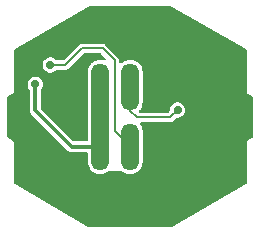
<source format=gbr>
%TF.GenerationSoftware,KiCad,Pcbnew,8.0.4*%
%TF.CreationDate,2024-10-23T12:54:15+11:00*%
%TF.ProjectId,SC_Logo_LED,53435f4c-6f67-46f5-9f4c-45442e6b6963,rev?*%
%TF.SameCoordinates,Original*%
%TF.FileFunction,Copper,L2,Bot*%
%TF.FilePolarity,Positive*%
%FSLAX46Y46*%
G04 Gerber Fmt 4.6, Leading zero omitted, Abs format (unit mm)*
G04 Created by KiCad (PCBNEW 8.0.4) date 2024-10-23 12:54:15*
%MOMM*%
%LPD*%
G01*
G04 APERTURE LIST*
G04 Aperture macros list*
%AMRoundRect*
0 Rectangle with rounded corners*
0 $1 Rounding radius*
0 $2 $3 $4 $5 $6 $7 $8 $9 X,Y pos of 4 corners*
0 Add a 4 corners polygon primitive as box body*
4,1,4,$2,$3,$4,$5,$6,$7,$8,$9,$2,$3,0*
0 Add four circle primitives for the rounded corners*
1,1,$1+$1,$2,$3*
1,1,$1+$1,$4,$5*
1,1,$1+$1,$6,$7*
1,1,$1+$1,$8,$9*
0 Add four rect primitives between the rounded corners*
20,1,$1+$1,$2,$3,$4,$5,0*
20,1,$1+$1,$4,$5,$6,$7,0*
20,1,$1+$1,$6,$7,$8,$9,0*
20,1,$1+$1,$8,$9,$2,$3,0*%
G04 Aperture macros list end*
%TA.AperFunction,SMDPad,CuDef*%
%ADD10RoundRect,0.750000X-0.000010X1.250000X-0.000010X-1.250000X0.000010X-1.250000X0.000010X1.250000X0*%
%TD*%
%TA.AperFunction,ViaPad*%
%ADD11C,0.700000*%
%TD*%
%TA.AperFunction,Conductor*%
%ADD12C,0.300000*%
%TD*%
%TA.AperFunction,Conductor*%
%ADD13C,1.500000*%
%TD*%
%TA.AperFunction,Conductor*%
%ADD14C,0.200000*%
%TD*%
G04 APERTURE END LIST*
D10*
%TO.P,J1,1,Pin_1*%
%TO.N,+5V*%
X149664000Y-98763000D03*
%TO.P,J1,2,Pin_2*%
%TO.N,DOUT*%
X152204000Y-98763000D03*
%TO.P,J1,3,Pin_3*%
%TO.N,GND*%
X154744000Y-98763000D03*
%TO.P,J1,4,Pin_4*%
X154744000Y-103813000D03*
%TO.P,J1,5,Pin_5*%
%TO.N,DIN*%
X152204000Y-103813000D03*
%TO.P,J1,6,Pin_6*%
%TO.N,+5V*%
X149664000Y-103813000D03*
%TD*%
D11*
%TO.N,+5V*%
X144170400Y-98552000D03*
%TO.N,GND*%
X147320000Y-94488000D03*
X151130000Y-106426000D03*
X154432000Y-92964000D03*
X144272000Y-104902000D03*
X159258000Y-104394000D03*
X146812000Y-107696000D03*
X160782000Y-100584000D03*
X147574000Y-99441000D03*
X156464000Y-98806000D03*
X147853400Y-104622600D03*
X143764000Y-102108000D03*
X149860000Y-109220000D03*
X153670000Y-102108000D03*
X156108400Y-104114600D03*
X157226000Y-107950000D03*
X143002000Y-99060000D03*
X154432000Y-109474000D03*
X157480000Y-94742000D03*
X149860000Y-92964000D03*
%TO.N,DOUT*%
X156210000Y-100711000D03*
%TO.N,DIN*%
X145437267Y-96898769D03*
%TD*%
D12*
%TO.N,+5V*%
X144170400Y-100736400D02*
X147247000Y-103813000D01*
D13*
X149664000Y-98763000D02*
X149664000Y-103813000D01*
D12*
X144170400Y-98552000D02*
X144170400Y-100736400D01*
X147247000Y-103813000D02*
X149664000Y-103813000D01*
D14*
%TO.N,DOUT*%
X155575000Y-101346000D02*
X156210000Y-100711000D01*
X152787001Y-101346000D02*
X155575000Y-101346000D01*
X152204000Y-98763000D02*
X152204000Y-100762999D01*
X152204000Y-100762999D02*
X152787001Y-101346000D01*
%TO.N,DIN*%
X145437267Y-96898769D02*
X146687231Y-96898769D01*
X148082000Y-95504000D02*
X149860000Y-95504000D01*
X149860000Y-95504000D02*
X150876000Y-96520000D01*
X150876000Y-96520000D02*
X150876000Y-102485000D01*
X150876000Y-102485000D02*
X152204000Y-103813000D01*
X146687231Y-96898769D02*
X148082000Y-95504000D01*
%TD*%
%TA.AperFunction,Conductor*%
%TO.N,GND*%
G36*
X155737965Y-91955112D02*
G01*
X161385247Y-95215573D01*
X161991500Y-95565593D01*
X162039716Y-95616160D01*
X162053500Y-95672980D01*
X162053500Y-98954739D01*
X162053500Y-99060193D01*
X162080793Y-99162053D01*
X162133520Y-99253379D01*
X162208087Y-99327946D01*
X162541500Y-99520441D01*
X162589715Y-99571008D01*
X162603500Y-99627828D01*
X162603500Y-102948170D01*
X162583815Y-103015209D01*
X162541500Y-103055557D01*
X162299413Y-103195327D01*
X162208085Y-103248055D01*
X162133521Y-103322619D01*
X162080794Y-103413944D01*
X162080793Y-103413947D01*
X162053500Y-103515807D01*
X162053500Y-106903018D01*
X162033815Y-106970057D01*
X161991500Y-107010405D01*
X155737966Y-110620887D01*
X155675966Y-110637500D01*
X148732034Y-110637500D01*
X148670034Y-110620887D01*
X142416500Y-107010405D01*
X142368284Y-106959838D01*
X142354500Y-106903018D01*
X142354500Y-103515809D01*
X142354500Y-103515807D01*
X142327207Y-103413947D01*
X142274480Y-103322621D01*
X142199913Y-103248054D01*
X142108587Y-103195327D01*
X141866500Y-103055557D01*
X141818284Y-103004990D01*
X141804500Y-102948170D01*
X141804500Y-99627828D01*
X141824185Y-99560789D01*
X141866498Y-99520442D01*
X142199913Y-99327946D01*
X142274480Y-99253379D01*
X142327207Y-99162053D01*
X142354500Y-99060193D01*
X142354500Y-98551999D01*
X143515122Y-98551999D01*
X143515122Y-98552000D01*
X143534162Y-98708818D01*
X143590180Y-98856523D01*
X143590181Y-98856524D01*
X143679918Y-98986532D01*
X143684891Y-98992145D01*
X143683444Y-98993426D01*
X143715250Y-99044120D01*
X143719900Y-99077759D01*
X143719900Y-100795709D01*
X143738624Y-100865587D01*
X143750601Y-100910287D01*
X143809911Y-101013014D01*
X146970386Y-104173489D01*
X146970387Y-104173490D01*
X146970389Y-104173491D01*
X147029693Y-104207729D01*
X147029696Y-104207732D01*
X147063937Y-104227500D01*
X147073114Y-104232799D01*
X147187691Y-104263500D01*
X148489500Y-104263500D01*
X148556539Y-104283185D01*
X148602294Y-104335989D01*
X148613500Y-104387500D01*
X148613500Y-105114604D01*
X148628699Y-105268932D01*
X148628700Y-105268934D01*
X148688768Y-105466954D01*
X148786315Y-105649450D01*
X148815853Y-105685442D01*
X148843166Y-105749751D01*
X148844000Y-105764107D01*
X148844000Y-105918000D01*
X149005984Y-105918000D01*
X149073023Y-105937685D01*
X149074877Y-105938900D01*
X149077548Y-105940685D01*
X149260041Y-106038230D01*
X149260043Y-106038230D01*
X149260046Y-106038232D01*
X149458066Y-106098300D01*
X149458065Y-106098300D01*
X149496647Y-106102100D01*
X149612392Y-106113500D01*
X149612395Y-106113500D01*
X149715605Y-106113500D01*
X149715608Y-106113500D01*
X149869934Y-106098300D01*
X150067954Y-106038232D01*
X150067958Y-106038230D01*
X150250451Y-105940685D01*
X150253123Y-105938900D01*
X150254736Y-105938394D01*
X150255823Y-105937814D01*
X150255933Y-105938019D01*
X150319799Y-105918020D01*
X150322016Y-105918000D01*
X151545984Y-105918000D01*
X151613023Y-105937685D01*
X151614877Y-105938900D01*
X151617548Y-105940685D01*
X151800041Y-106038230D01*
X151800043Y-106038230D01*
X151800046Y-106038232D01*
X151998066Y-106098300D01*
X151998065Y-106098300D01*
X152036647Y-106102100D01*
X152152392Y-106113500D01*
X152152395Y-106113500D01*
X152255605Y-106113500D01*
X152255608Y-106113500D01*
X152409934Y-106098300D01*
X152607954Y-106038232D01*
X152607958Y-106038230D01*
X152790451Y-105940685D01*
X152793123Y-105938900D01*
X152794736Y-105938394D01*
X152795823Y-105937814D01*
X152795933Y-105938019D01*
X152859799Y-105918020D01*
X152862016Y-105918000D01*
X152908000Y-105918000D01*
X152908000Y-105902863D01*
X152927685Y-105835824D01*
X152946770Y-105814387D01*
X152946102Y-105813719D01*
X152950407Y-105809413D01*
X152950408Y-105809411D01*
X152950410Y-105809410D01*
X153081685Y-105649450D01*
X153179232Y-105466954D01*
X153239300Y-105268934D01*
X153254500Y-105114608D01*
X153254500Y-102511392D01*
X153239300Y-102357066D01*
X153179232Y-102159046D01*
X153081685Y-101976550D01*
X153059211Y-101949165D01*
X153031898Y-101884855D01*
X153043689Y-101815988D01*
X153090841Y-101764427D01*
X153155064Y-101746500D01*
X155627725Y-101746500D01*
X155627727Y-101746500D01*
X155729588Y-101719207D01*
X155820913Y-101666480D01*
X156089574Y-101397817D01*
X156150895Y-101364334D01*
X156177254Y-101361500D01*
X156288985Y-101361500D01*
X156442365Y-101323696D01*
X156582240Y-101250283D01*
X156700483Y-101145530D01*
X156790220Y-101015523D01*
X156846237Y-100867818D01*
X156865278Y-100711000D01*
X156851734Y-100599450D01*
X156846237Y-100554181D01*
X156794193Y-100416954D01*
X156790220Y-100406477D01*
X156700483Y-100276470D01*
X156582240Y-100171717D01*
X156582238Y-100171716D01*
X156582237Y-100171715D01*
X156442365Y-100098303D01*
X156288986Y-100060500D01*
X156288985Y-100060500D01*
X156131015Y-100060500D01*
X156131014Y-100060500D01*
X155977634Y-100098303D01*
X155837762Y-100171715D01*
X155719516Y-100276471D01*
X155629781Y-100406475D01*
X155629780Y-100406476D01*
X155573763Y-100554181D01*
X155554722Y-100711000D01*
X155554722Y-100711003D01*
X155557068Y-100730328D01*
X155545606Y-100799251D01*
X155521654Y-100832953D01*
X155445424Y-100909182D01*
X155384104Y-100942666D01*
X155357745Y-100945500D01*
X153059866Y-100945500D01*
X152992827Y-100925815D01*
X152947072Y-100873011D01*
X152937128Y-100803853D01*
X152964013Y-100742835D01*
X153008733Y-100688342D01*
X153081685Y-100599450D01*
X153179232Y-100416954D01*
X153239300Y-100218934D01*
X153254500Y-100064608D01*
X153254500Y-97461392D01*
X153239300Y-97307066D01*
X153179232Y-97109046D01*
X153081685Y-96926550D01*
X153024000Y-96856260D01*
X152950410Y-96766589D01*
X152790452Y-96635317D01*
X152790453Y-96635317D01*
X152790450Y-96635315D01*
X152607954Y-96537768D01*
X152409934Y-96477700D01*
X152409932Y-96477699D01*
X152409934Y-96477699D01*
X152290805Y-96465966D01*
X152255608Y-96462500D01*
X152152392Y-96462500D01*
X152114298Y-96466251D01*
X151998067Y-96477699D01*
X151800043Y-96537769D01*
X151617546Y-96635317D01*
X151482858Y-96745853D01*
X151418548Y-96773166D01*
X151404193Y-96774000D01*
X151400500Y-96774000D01*
X151333461Y-96754315D01*
X151287706Y-96701511D01*
X151276500Y-96650000D01*
X151276500Y-96467275D01*
X151276500Y-96467273D01*
X151249207Y-96365413D01*
X151249207Y-96365412D01*
X151196480Y-96274087D01*
X150105913Y-95183520D01*
X150060250Y-95157156D01*
X150014589Y-95130793D01*
X149963657Y-95117146D01*
X149912727Y-95103500D01*
X148134727Y-95103500D01*
X148029273Y-95103500D01*
X147927410Y-95130793D01*
X147836087Y-95183520D01*
X147836084Y-95183522D01*
X146557657Y-96461950D01*
X146496334Y-96495435D01*
X146469976Y-96498269D01*
X146013189Y-96498269D01*
X145946150Y-96478584D01*
X145930962Y-96467085D01*
X145927750Y-96464240D01*
X145927750Y-96464239D01*
X145809507Y-96359486D01*
X145809505Y-96359485D01*
X145809504Y-96359484D01*
X145669632Y-96286072D01*
X145516253Y-96248269D01*
X145516252Y-96248269D01*
X145358282Y-96248269D01*
X145358281Y-96248269D01*
X145204901Y-96286072D01*
X145065029Y-96359484D01*
X144946783Y-96464240D01*
X144857048Y-96594244D01*
X144857047Y-96594245D01*
X144801029Y-96741950D01*
X144781989Y-96898768D01*
X144781989Y-96898769D01*
X144801029Y-97055587D01*
X144821303Y-97109043D01*
X144857047Y-97203292D01*
X144946784Y-97333299D01*
X145065027Y-97438052D01*
X145065029Y-97438053D01*
X145204901Y-97511465D01*
X145358281Y-97549269D01*
X145358282Y-97549269D01*
X145516252Y-97549269D01*
X145669632Y-97511465D01*
X145809507Y-97438052D01*
X145927750Y-97333299D01*
X145927750Y-97333297D01*
X145930962Y-97330453D01*
X145994196Y-97300732D01*
X146013189Y-97299269D01*
X146739956Y-97299269D01*
X146739958Y-97299269D01*
X146841819Y-97271976D01*
X146933144Y-97219249D01*
X148211574Y-95940819D01*
X148272897Y-95907334D01*
X148299255Y-95904500D01*
X149642745Y-95904500D01*
X149709784Y-95924185D01*
X149730426Y-95940819D01*
X150090293Y-96300686D01*
X150123778Y-96362009D01*
X150118794Y-96431701D01*
X150076922Y-96487634D01*
X150011458Y-96512051D01*
X149966617Y-96507028D01*
X149872848Y-96478584D01*
X149869934Y-96477700D01*
X149869932Y-96477699D01*
X149869934Y-96477699D01*
X149750805Y-96465966D01*
X149715608Y-96462500D01*
X149612392Y-96462500D01*
X149574298Y-96466251D01*
X149458067Y-96477699D01*
X149260043Y-96537769D01*
X149077546Y-96635317D01*
X148942858Y-96745853D01*
X148878548Y-96773166D01*
X148864193Y-96774000D01*
X148844000Y-96774000D01*
X148844000Y-96811892D01*
X148824315Y-96878931D01*
X148815854Y-96890556D01*
X148786317Y-96926547D01*
X148688769Y-97109043D01*
X148628699Y-97307067D01*
X148613500Y-97461395D01*
X148613500Y-103238500D01*
X148593815Y-103305539D01*
X148541011Y-103351294D01*
X148489500Y-103362500D01*
X147484965Y-103362500D01*
X147417926Y-103342815D01*
X147397284Y-103326181D01*
X144657219Y-100586116D01*
X144623734Y-100524793D01*
X144620900Y-100498435D01*
X144620900Y-99077759D01*
X144640585Y-99010720D01*
X144656246Y-98992444D01*
X144655909Y-98992145D01*
X144660881Y-98986532D01*
X144660881Y-98986531D01*
X144660883Y-98986530D01*
X144750620Y-98856523D01*
X144806637Y-98708818D01*
X144825678Y-98552000D01*
X144806637Y-98395182D01*
X144750620Y-98247477D01*
X144660883Y-98117470D01*
X144542640Y-98012717D01*
X144542638Y-98012716D01*
X144542637Y-98012715D01*
X144402765Y-97939303D01*
X144249386Y-97901500D01*
X144249385Y-97901500D01*
X144091415Y-97901500D01*
X144091414Y-97901500D01*
X143938034Y-97939303D01*
X143798162Y-98012715D01*
X143679916Y-98117471D01*
X143590181Y-98247475D01*
X143590180Y-98247476D01*
X143534162Y-98395181D01*
X143515122Y-98551999D01*
X142354500Y-98551999D01*
X142354500Y-95672980D01*
X142374185Y-95605941D01*
X142416500Y-95565593D01*
X143022753Y-95215573D01*
X148670034Y-91955112D01*
X148732034Y-91938500D01*
X155675966Y-91938500D01*
X155737965Y-91955112D01*
G37*
%TD.AperFunction*%
%TD*%
M02*

</source>
